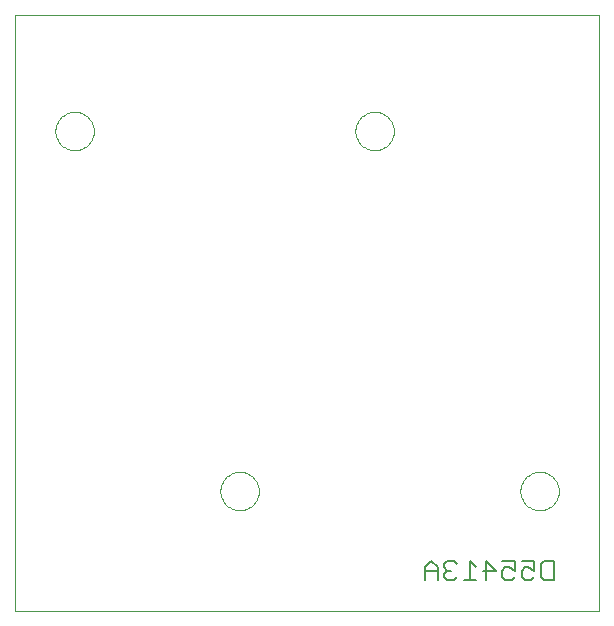
<source format=gbo>
G75*
G70*
%OFA0B0*%
%FSLAX24Y24*%
%IPPOS*%
%LPD*%
%AMOC8*
5,1,8,0,0,1.08239X$1,22.5*
%
%ADD10C,0.0000*%
%ADD11C,0.0060*%
D10*
X000100Y000250D02*
X000100Y020120D01*
X019592Y020120D01*
X019592Y000250D01*
X000100Y000250D01*
X006960Y004250D02*
X006962Y004300D01*
X006968Y004350D01*
X006978Y004399D01*
X006991Y004448D01*
X007009Y004495D01*
X007030Y004541D01*
X007054Y004584D01*
X007082Y004626D01*
X007113Y004666D01*
X007147Y004703D01*
X007184Y004737D01*
X007224Y004768D01*
X007266Y004796D01*
X007309Y004820D01*
X007355Y004841D01*
X007402Y004859D01*
X007451Y004872D01*
X007500Y004882D01*
X007550Y004888D01*
X007600Y004890D01*
X007650Y004888D01*
X007700Y004882D01*
X007749Y004872D01*
X007798Y004859D01*
X007845Y004841D01*
X007891Y004820D01*
X007934Y004796D01*
X007976Y004768D01*
X008016Y004737D01*
X008053Y004703D01*
X008087Y004666D01*
X008118Y004626D01*
X008146Y004584D01*
X008170Y004541D01*
X008191Y004495D01*
X008209Y004448D01*
X008222Y004399D01*
X008232Y004350D01*
X008238Y004300D01*
X008240Y004250D01*
X008238Y004200D01*
X008232Y004150D01*
X008222Y004101D01*
X008209Y004052D01*
X008191Y004005D01*
X008170Y003959D01*
X008146Y003916D01*
X008118Y003874D01*
X008087Y003834D01*
X008053Y003797D01*
X008016Y003763D01*
X007976Y003732D01*
X007934Y003704D01*
X007891Y003680D01*
X007845Y003659D01*
X007798Y003641D01*
X007749Y003628D01*
X007700Y003618D01*
X007650Y003612D01*
X007600Y003610D01*
X007550Y003612D01*
X007500Y003618D01*
X007451Y003628D01*
X007402Y003641D01*
X007355Y003659D01*
X007309Y003680D01*
X007266Y003704D01*
X007224Y003732D01*
X007184Y003763D01*
X007147Y003797D01*
X007113Y003834D01*
X007082Y003874D01*
X007054Y003916D01*
X007030Y003959D01*
X007009Y004005D01*
X006991Y004052D01*
X006978Y004101D01*
X006968Y004150D01*
X006962Y004200D01*
X006960Y004250D01*
X016960Y004250D02*
X016962Y004300D01*
X016968Y004350D01*
X016978Y004399D01*
X016991Y004448D01*
X017009Y004495D01*
X017030Y004541D01*
X017054Y004584D01*
X017082Y004626D01*
X017113Y004666D01*
X017147Y004703D01*
X017184Y004737D01*
X017224Y004768D01*
X017266Y004796D01*
X017309Y004820D01*
X017355Y004841D01*
X017402Y004859D01*
X017451Y004872D01*
X017500Y004882D01*
X017550Y004888D01*
X017600Y004890D01*
X017650Y004888D01*
X017700Y004882D01*
X017749Y004872D01*
X017798Y004859D01*
X017845Y004841D01*
X017891Y004820D01*
X017934Y004796D01*
X017976Y004768D01*
X018016Y004737D01*
X018053Y004703D01*
X018087Y004666D01*
X018118Y004626D01*
X018146Y004584D01*
X018170Y004541D01*
X018191Y004495D01*
X018209Y004448D01*
X018222Y004399D01*
X018232Y004350D01*
X018238Y004300D01*
X018240Y004250D01*
X018238Y004200D01*
X018232Y004150D01*
X018222Y004101D01*
X018209Y004052D01*
X018191Y004005D01*
X018170Y003959D01*
X018146Y003916D01*
X018118Y003874D01*
X018087Y003834D01*
X018053Y003797D01*
X018016Y003763D01*
X017976Y003732D01*
X017934Y003704D01*
X017891Y003680D01*
X017845Y003659D01*
X017798Y003641D01*
X017749Y003628D01*
X017700Y003618D01*
X017650Y003612D01*
X017600Y003610D01*
X017550Y003612D01*
X017500Y003618D01*
X017451Y003628D01*
X017402Y003641D01*
X017355Y003659D01*
X017309Y003680D01*
X017266Y003704D01*
X017224Y003732D01*
X017184Y003763D01*
X017147Y003797D01*
X017113Y003834D01*
X017082Y003874D01*
X017054Y003916D01*
X017030Y003959D01*
X017009Y004005D01*
X016991Y004052D01*
X016978Y004101D01*
X016968Y004150D01*
X016962Y004200D01*
X016960Y004250D01*
X011460Y016250D02*
X011462Y016300D01*
X011468Y016350D01*
X011478Y016399D01*
X011491Y016448D01*
X011509Y016495D01*
X011530Y016541D01*
X011554Y016584D01*
X011582Y016626D01*
X011613Y016666D01*
X011647Y016703D01*
X011684Y016737D01*
X011724Y016768D01*
X011766Y016796D01*
X011809Y016820D01*
X011855Y016841D01*
X011902Y016859D01*
X011951Y016872D01*
X012000Y016882D01*
X012050Y016888D01*
X012100Y016890D01*
X012150Y016888D01*
X012200Y016882D01*
X012249Y016872D01*
X012298Y016859D01*
X012345Y016841D01*
X012391Y016820D01*
X012434Y016796D01*
X012476Y016768D01*
X012516Y016737D01*
X012553Y016703D01*
X012587Y016666D01*
X012618Y016626D01*
X012646Y016584D01*
X012670Y016541D01*
X012691Y016495D01*
X012709Y016448D01*
X012722Y016399D01*
X012732Y016350D01*
X012738Y016300D01*
X012740Y016250D01*
X012738Y016200D01*
X012732Y016150D01*
X012722Y016101D01*
X012709Y016052D01*
X012691Y016005D01*
X012670Y015959D01*
X012646Y015916D01*
X012618Y015874D01*
X012587Y015834D01*
X012553Y015797D01*
X012516Y015763D01*
X012476Y015732D01*
X012434Y015704D01*
X012391Y015680D01*
X012345Y015659D01*
X012298Y015641D01*
X012249Y015628D01*
X012200Y015618D01*
X012150Y015612D01*
X012100Y015610D01*
X012050Y015612D01*
X012000Y015618D01*
X011951Y015628D01*
X011902Y015641D01*
X011855Y015659D01*
X011809Y015680D01*
X011766Y015704D01*
X011724Y015732D01*
X011684Y015763D01*
X011647Y015797D01*
X011613Y015834D01*
X011582Y015874D01*
X011554Y015916D01*
X011530Y015959D01*
X011509Y016005D01*
X011491Y016052D01*
X011478Y016101D01*
X011468Y016150D01*
X011462Y016200D01*
X011460Y016250D01*
X001460Y016250D02*
X001462Y016300D01*
X001468Y016350D01*
X001478Y016399D01*
X001491Y016448D01*
X001509Y016495D01*
X001530Y016541D01*
X001554Y016584D01*
X001582Y016626D01*
X001613Y016666D01*
X001647Y016703D01*
X001684Y016737D01*
X001724Y016768D01*
X001766Y016796D01*
X001809Y016820D01*
X001855Y016841D01*
X001902Y016859D01*
X001951Y016872D01*
X002000Y016882D01*
X002050Y016888D01*
X002100Y016890D01*
X002150Y016888D01*
X002200Y016882D01*
X002249Y016872D01*
X002298Y016859D01*
X002345Y016841D01*
X002391Y016820D01*
X002434Y016796D01*
X002476Y016768D01*
X002516Y016737D01*
X002553Y016703D01*
X002587Y016666D01*
X002618Y016626D01*
X002646Y016584D01*
X002670Y016541D01*
X002691Y016495D01*
X002709Y016448D01*
X002722Y016399D01*
X002732Y016350D01*
X002738Y016300D01*
X002740Y016250D01*
X002738Y016200D01*
X002732Y016150D01*
X002722Y016101D01*
X002709Y016052D01*
X002691Y016005D01*
X002670Y015959D01*
X002646Y015916D01*
X002618Y015874D01*
X002587Y015834D01*
X002553Y015797D01*
X002516Y015763D01*
X002476Y015732D01*
X002434Y015704D01*
X002391Y015680D01*
X002345Y015659D01*
X002298Y015641D01*
X002249Y015628D01*
X002200Y015618D01*
X002150Y015612D01*
X002100Y015610D01*
X002050Y015612D01*
X002000Y015618D01*
X001951Y015628D01*
X001902Y015641D01*
X001855Y015659D01*
X001809Y015680D01*
X001766Y015704D01*
X001724Y015732D01*
X001684Y015763D01*
X001647Y015797D01*
X001613Y015834D01*
X001582Y015874D01*
X001554Y015916D01*
X001530Y015959D01*
X001509Y016005D01*
X001491Y016052D01*
X001478Y016101D01*
X001468Y016150D01*
X001462Y016200D01*
X001460Y016250D01*
D11*
X013989Y001921D02*
X013776Y001707D01*
X013776Y001280D01*
X013776Y001600D02*
X014203Y001600D01*
X014203Y001707D02*
X014203Y001280D01*
X014420Y001387D02*
X014527Y001280D01*
X014740Y001280D01*
X014847Y001387D01*
X015065Y001280D02*
X015492Y001280D01*
X015278Y001280D02*
X015278Y001921D01*
X015492Y001707D01*
X015709Y001600D02*
X016136Y001600D01*
X015816Y001921D01*
X015816Y001280D01*
X016354Y001387D02*
X016461Y001280D01*
X016674Y001280D01*
X016781Y001387D01*
X016781Y001600D02*
X016567Y001707D01*
X016461Y001707D01*
X016354Y001600D01*
X016354Y001387D01*
X016781Y001600D02*
X016781Y001921D01*
X016354Y001921D01*
X016998Y001921D02*
X017425Y001921D01*
X017425Y001600D01*
X017212Y001707D01*
X017105Y001707D01*
X016998Y001600D01*
X016998Y001387D01*
X017105Y001280D01*
X017319Y001280D01*
X017425Y001387D01*
X017643Y001387D02*
X017643Y001814D01*
X017750Y001921D01*
X018070Y001921D01*
X018070Y001280D01*
X017750Y001280D01*
X017643Y001387D01*
X014847Y001814D02*
X014740Y001921D01*
X014527Y001921D01*
X014420Y001814D01*
X014420Y001707D01*
X014527Y001600D01*
X014420Y001494D01*
X014420Y001387D01*
X014527Y001600D02*
X014634Y001600D01*
X014203Y001707D02*
X013989Y001921D01*
M02*

</source>
